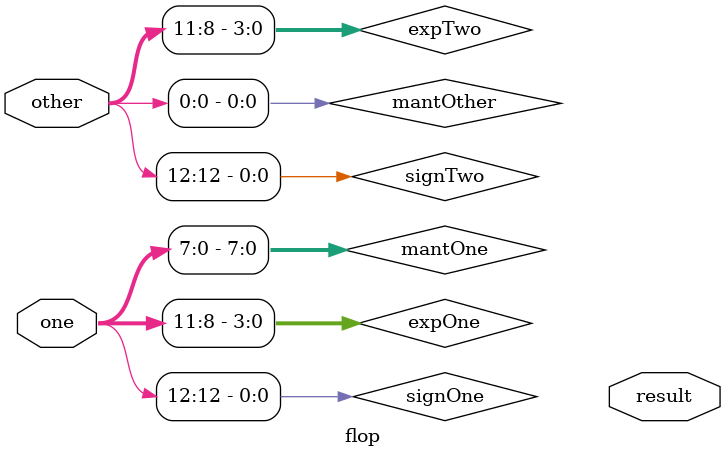
<source format=v>
`timescale 1ns / 1ps
module flop
(
	input wire [12:0] one, other,
	output reg [12:0] result
);

wire signOne, signTwo, signResult;
wire [3:0] expOne, expTwo, expResult;
wire [7:0] mantOne, mantTwo, mantResult;

assign signOne = one[12];
assign signTwo = other[12];
assign expOne = one[11:8];
assign expTwo = other[11:8];
assign mantOne = one[7:0];
assign mantOther = other[7:0];

// Seite 109

endmodule

</source>
